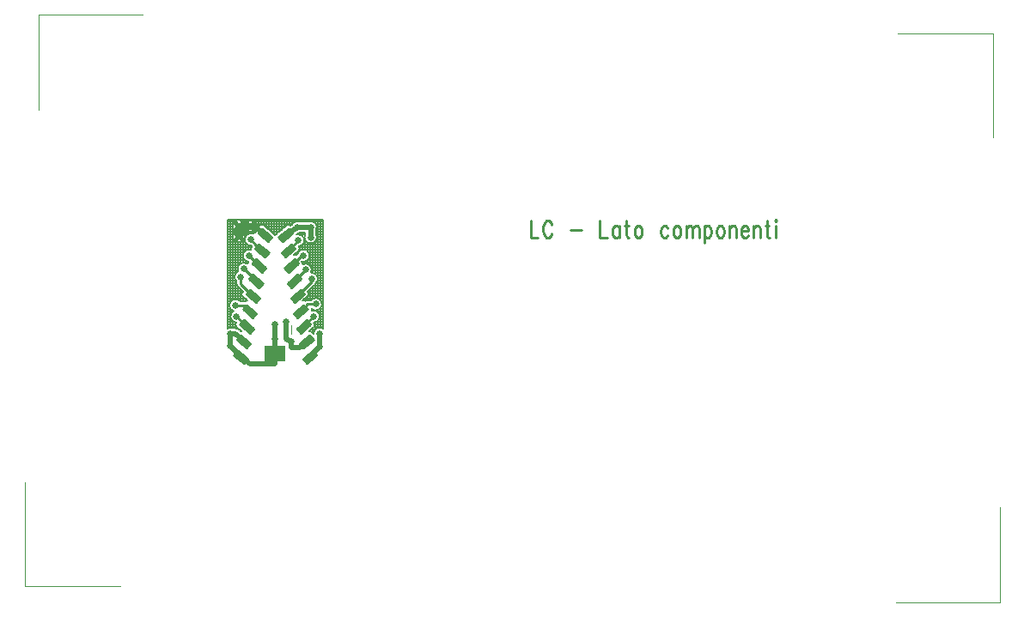
<source format=gbr>
*
*
G04 PADS Layout (Build Number 2007.65.1) generated Gerber (RS-274-X) file*
G04 PC Version=2.1*
*
%IN "P2007_0000_RBCS_RC_MAIS"*%
*
%MOIN*%
*
%FSLAX35Y35*%
*
*
*
*
G04 PC Standard Apertures*
*
*
G04 Thermal Relief Aperture macro.*
%AMTER*
1,1,$1,0,0*
1,0,$1-$2,0,0*
21,0,$3,$4,0,0,45*
21,0,$3,$4,0,0,135*
%
*
*
G04 Annular Aperture macro.*
%AMANN*
1,1,$1,0,0*
1,0,$2,0,0*
%
*
*
G04 Odd Aperture macro.*
%AMODD*
1,1,$1,0,0*
1,0,$1-0.005,0,0*
%
*
*
G04 PC Custom Aperture Macros*
*
*
*
*
*
*
G04 PC Aperture Table*
*
%ADD010C,0.01*%
%ADD031C,0.008*%
%ADD040C,0.001*%
%ADD071R,0.05906X0.05906*%
%ADD133C,0.015*%
%ADD134C,0.02*%
%ADD147C,0.026*%
%ADD155C,0.003*%
*
*
*
*
G04 PC Copper Outlines (0)*
G04 Layer Name P2007_0000_RBCS_RC_MAIS - dark (0)*
%LPD*%
*
*
G04 PC Area=Custom_Thermal*
*
G04 PC Custom Flashes*
G04 Layer Name P2007_0000_RBCS_RC_MAIS - flashes*
%LPD*%
*
*
G04 PC Circuitry*
G04 Layer Name P2007_0000_RBCS_RC_MAIS - circuitry*
%LPD*%
*
G54D10*
G01X406879Y446423D02*
X410637Y443269D01*
X412019Y444916*
X408261Y448069*
X406879Y446423*
X410123Y443701D02*
X410999D01*
X408931Y444701D02*
X411838D01*
X407739Y445701D02*
X411083D01*
X407113Y446701D02*
X409892D01*
X407952Y447701D02*
X408700D01*
X407701Y445733D02*
Y447402D01*
X408701Y444894D02*
Y447700D01*
X409701Y444055D02*
Y446861D01*
X410701Y443346D02*
Y446022D01*
X411701Y444537D02*
Y445183D01*
X418511Y448069D02*
X414753Y444916D01*
X416135Y443269*
X419893Y446423*
X418511Y448069*
X415773Y443701D02*
X416649D01*
X414934Y444701D02*
X417841D01*
X415688Y445701D02*
X419032D01*
X416880Y446701D02*
X419659D01*
X418072Y447701D02*
X418820D01*
X415701Y443787D02*
Y445711D01*
X416701Y443744D02*
Y446550D01*
X417701Y444583D02*
Y447389D01*
X418701Y445422D02*
Y447843D01*
X419701Y446262D02*
Y446651D01*
X405698Y440517D02*
X409456Y437364D01*
X410838Y439011*
X407080Y442164*
X405698Y440517*
X409054Y437701D02*
X409739D01*
X407862Y438701D02*
X410578D01*
X406671Y439701D02*
X410015D01*
X405852Y440701D02*
X408823D01*
X406691Y441701D02*
X407631D01*
X405701Y440515D02*
Y440520D01*
X406701Y439676D02*
Y441712D01*
X407701Y438836D02*
Y441643D01*
X408701Y437997D02*
Y440803D01*
X409701Y437656D02*
Y439964D01*
X410701Y438848D02*
Y439125D01*
X419692Y442164D02*
X415934Y439011D01*
X417316Y437364*
X421074Y440517*
X419692Y442164*
X417033Y437701D02*
X417717D01*
X416194Y438701D02*
X418909D01*
X416757Y439701D02*
X420101D01*
X417949Y440701D02*
X420920D01*
X419140Y441701D02*
X420080D01*
X416701Y438097D02*
Y439654D01*
X417701Y437687D02*
Y440493D01*
X418701Y438526D02*
Y441332D01*
X419701Y439365D02*
Y442153D01*
X420701Y440204D02*
Y440961D01*
X404517Y434612D02*
X408275Y431458D01*
X409656Y433105*
X405899Y436258*
X404517Y434612*
X407986Y431701D02*
X408478D01*
X406794Y432701D02*
X409317D01*
X405602Y433701D02*
X408946D01*
X404592Y434701D02*
X407755D01*
X405431Y435701D02*
X406563D01*
X404701Y434457D02*
Y434831D01*
X405701Y433618D02*
Y436023D01*
X406701Y432779D02*
Y435585D01*
X407701Y431940D02*
Y434746D01*
X408701Y431966D02*
Y433907D01*
X420873Y436258D02*
X417115Y433105D01*
X418497Y431458*
X422255Y434612*
X420873Y436258*
X418294Y431701D02*
X418786D01*
X417454Y432701D02*
X419978D01*
X417825Y433701D02*
X421169D01*
X419017Y434701D02*
X422180D01*
X420209Y435701D02*
X421341D01*
X417701Y432407D02*
Y433596D01*
X418701Y431629D02*
Y434435D01*
X419701Y432468D02*
Y435275D01*
X420701Y433308D02*
Y436114D01*
X421701Y434147D02*
Y435272D01*
X403336Y428706D02*
X407094Y425553D01*
X408475Y427200*
X404717Y430353*
X403336Y428706*
X406917Y425701D02*
X407218D01*
X405725Y426701D02*
X408057D01*
X404534Y427701D02*
X407878D01*
X403342Y428701D02*
X406686D01*
X404170Y429701D02*
X405494D01*
X403701Y428400D02*
Y429141D01*
X404701Y427561D02*
Y430333D01*
X405701Y426721D02*
Y429528D01*
X406701Y425882D02*
Y428688D01*
X407701Y426276D02*
Y427849D01*
X422054Y430353D02*
X418296Y427200D01*
X419678Y425553*
X423436Y428706*
X422054Y430353*
X419554Y425701D02*
X419854D01*
X418715Y426701D02*
X421046D01*
X418894Y427701D02*
X422238D01*
X420086Y428701D02*
X423430D01*
X421277Y429701D02*
X422601D01*
X418701Y426718D02*
Y427539D01*
X419701Y425572D02*
Y428378D01*
X420701Y426411D02*
Y429217D01*
X421701Y427250D02*
Y430056D01*
X422701Y428089D02*
Y429582D01*
X402155Y422800D02*
X405912Y419647D01*
X407294Y421294*
X403536Y424447*
X402155Y422800*
X405849Y419701D02*
X405957D01*
X404657Y420701D02*
X406796D01*
X403465Y421701D02*
X406809D01*
X402273Y422701D02*
X405618D01*
X402910Y423701D02*
X404426D01*
X402701Y422342D02*
Y423451D01*
X403701Y421503D02*
Y424309D01*
X404701Y420664D02*
Y423470D01*
X405701Y419825D02*
Y422631D01*
X406701Y420587D02*
Y421792D01*
X423235Y424447D02*
X419477Y421294D01*
X420859Y419647*
X424617Y422800*
X423235Y424447*
X420814Y419701D02*
X420923D01*
X419975Y420701D02*
X422115D01*
X419962Y421701D02*
X423306D01*
X421154Y422701D02*
X424498D01*
X422346Y423701D02*
X423862D01*
X419701Y421028D02*
Y421481D01*
X420701Y419836D02*
Y422320D01*
X421701Y420353D02*
Y423160D01*
X422701Y421193D02*
Y423999D01*
X423701Y422032D02*
Y423892D01*
X400974Y416895D02*
X404731Y413742D01*
X406113Y415388*
X402355Y418542*
X400974Y416895*
X403588Y414701D02*
X405536D01*
X402397Y415701D02*
X405741D01*
X401205Y416701D02*
X404549D01*
X401650Y417701D02*
X403357D01*
X401701Y416285D02*
Y417762D01*
X402701Y415446D02*
Y418252D01*
X403701Y414607D02*
Y417413D01*
X404701Y413767D02*
Y416574D01*
X405701Y414897D02*
Y415734D01*
X424416Y418542D02*
X420659Y415388D01*
X422040Y413742*
X425798Y416895*
X424416Y418542*
X421236Y414701D02*
X423183D01*
X421031Y415701D02*
X424375D01*
X422223Y416701D02*
X425567D01*
X423414Y417701D02*
X425122D01*
X420701Y415338D02*
Y415424D01*
X421701Y414146D02*
Y416263D01*
X422701Y414296D02*
Y417102D01*
X423701Y415135D02*
Y417941D01*
X424701Y415974D02*
Y418203D01*
X425701Y416813D02*
Y417011D01*
X399792Y410989D02*
X403550Y407836D01*
X404932Y409483*
X401174Y412636*
X399792Y410989*
X402520Y408701D02*
X404276D01*
X401328Y409701D02*
X404672D01*
X400136Y410701D02*
X403481D01*
X400389Y411701D02*
X402289D01*
X400701Y410227D02*
Y412072D01*
X401701Y409388D02*
Y412194D01*
X402701Y408549D02*
Y411355D01*
X403701Y408016D02*
Y410516D01*
X404701Y409207D02*
Y409677D01*
X425597Y412636D02*
X421840Y409483D01*
X423221Y407836*
X426979Y410989*
X425597Y412636*
X422496Y408701D02*
X424252D01*
X422099Y409701D02*
X425443D01*
X423291Y410701D02*
X426635D01*
X424483Y411701D02*
X426382D01*
X422701Y408457D02*
Y410206D01*
X423701Y408239D02*
Y411045D01*
X424701Y409078D02*
Y411884D01*
X425701Y409917D02*
Y412513D01*
X426701Y410756D02*
Y411321D01*
X398611Y405084D02*
X402369Y401931D01*
X403751Y403577*
X399993Y406731*
X398611Y405084*
X401451Y402701D02*
X403015D01*
X400260Y403701D02*
X403604D01*
X399068Y404701D02*
X402412D01*
X399129Y405701D02*
X401220D01*
X399968Y406701D02*
X400029D01*
X398701Y405009D02*
Y405191D01*
X399701Y404170D02*
Y406382D01*
X400701Y403331D02*
Y406137D01*
X401701Y402492D02*
Y405298D01*
X402701Y402326D02*
Y404459D01*
X403701Y403518D02*
Y403619D01*
X426779Y406731D02*
X423021Y403577D01*
X424403Y401931*
X424403D02*
X428160Y405084D01*
X426779Y406731*
X423756Y402701D02*
X425320D01*
X423168Y403701D02*
X426512D01*
X424359Y404701D02*
X427704D01*
X425551Y405701D02*
X427643D01*
X426743Y406701D02*
X426804D01*
X423701Y402767D02*
Y404148D01*
X424701Y402181D02*
Y404987D01*
X425701Y403020D02*
Y405826D01*
X426701Y403859D02*
Y406665D01*
X427701Y404698D02*
Y405632D01*
X397430Y399178D02*
X401188Y396025D01*
X402570Y397672*
X398812Y400825*
X397430Y399178*
X400383Y396701D02*
X401755D01*
X399191Y397701D02*
X402535D01*
X397999Y398701D02*
X401344D01*
X397869Y399701D02*
X400152D01*
X398708Y400701D02*
X398960D01*
X397701Y398951D02*
Y399501D01*
X398701Y398112D02*
Y400693D01*
X399701Y397273D02*
Y400079D01*
X400701Y396434D02*
Y399240D01*
X401701Y396636D02*
Y398401D01*
X427960Y400825D02*
X424202Y397672D01*
X425584Y396025*
X429341Y399178*
X427960Y400825*
X425017Y396701D02*
X426389D01*
X424236Y397701D02*
X427580D01*
X425428Y398701D02*
X428772D01*
X426620Y399701D02*
X428903D01*
X427812Y400701D02*
X428064D01*
X424701Y397077D02*
Y398091D01*
X425701Y396124D02*
Y398930D01*
X426701Y396963D02*
Y399769D01*
X427701Y397802D02*
Y400608D01*
X428701Y398641D02*
Y399942D01*
X512598Y451444D02*
Y444882D01*
X515326*
X520780Y449882D02*
X520553Y450507D01*
X520098Y451132*
X519644Y451444*
X518735*
X518280Y451132*
X517826Y450507*
X517598Y449882*
X517371Y448944*
Y447382*
X517598Y446444*
X517826Y445819*
X518280Y445194*
X518735Y444882*
X519644*
X520098Y445194*
X520553Y445819*
X520780Y446444*
X528053Y447694D02*
X532144D01*
X539417Y451444D02*
Y444882D01*
X542144*
X546917Y449257D02*
Y444882D01*
Y448319D02*
X546462Y448944D01*
X546008Y449257*
X545326*
X544871Y448944*
X544417Y448319*
X544189Y447382*
Y446757*
X544417Y445819*
X544871Y445194*
X545326Y444882*
X546008*
X546462Y445194*
X546917Y445819*
X549644Y451444D02*
Y446132D01*
X549871Y445194*
X550326Y444882*
X550780*
X548962Y449257D02*
X550553D01*
X553962D02*
X553508Y448944D01*
X553053Y448319*
X552826Y447382*
Y446757*
X553053Y445819*
X553508Y445194*
X553962Y444882*
X554644*
X555098Y445194*
X555553Y445819*
X555780Y446757*
Y447382*
X555553Y448319*
X555098Y448944*
X554644Y449257*
X553962*
X565780Y448319D02*
X565326Y448944D01*
X564871Y449257*
X564189*
X563735Y448944*
X563280Y448319*
X563053Y447382*
Y446757*
X563280Y445819*
X563735Y445194*
X564189Y444882*
X564871*
X565326Y445194*
X565780Y445819*
X568962Y449257D02*
X568508Y448944D01*
X568053Y448319*
X567826Y447382*
Y446757*
X568053Y445819*
X568508Y445194*
X568962Y444882*
X569644*
X570098Y445194*
X570553Y445819*
X570780Y446757*
Y447382*
X570553Y448319*
X570098Y448944*
X569644Y449257*
X568962*
X572826D02*
Y444882D01*
Y448007D02*
X573508Y448944D01*
X573962Y449257*
X574644*
X575098Y448944*
X575326Y448007*
Y444882*
Y448007D02*
X576008Y448944D01*
X576462Y449257*
X577144*
X577598Y448944*
X577826Y448007*
Y444882*
X579871Y449257D02*
Y442694D01*
Y448319D02*
X580326Y448944D01*
X580780Y449257*
X581462*
X581917Y448944*
X582371Y448319*
X582598Y447382*
Y446757*
X582371Y445819*
X581917Y445194*
X581462Y444882*
X580780*
X580326Y445194*
X579871Y445819*
X585780Y449257D02*
X585326Y448944D01*
X584871Y448319*
X584644Y447382*
Y446757*
X584871Y445819*
X585326Y445194*
X585780Y444882*
X586462*
X586917Y445194*
X587371Y445819*
X587598Y446757*
Y447382*
X587371Y448319*
X586917Y448944*
X586462Y449257*
X585780*
X589644D02*
Y444882D01*
Y448007D02*
X590326Y448944D01*
X590780Y449257*
X591462*
X591917Y448944*
X592144Y448007*
Y444882*
X594189Y447382D02*
X596917D01*
Y448007*
X596689Y448632*
X596462Y448944*
X596008Y449257*
X595326*
X594871Y448944*
X594417Y448319*
X594189Y447382*
Y446757*
X594417Y445819*
X594871Y445194*
X595326Y444882*
X596008*
X596462Y445194*
X596917Y445819*
X598962Y449257D02*
Y444882D01*
Y448007D02*
X599644Y448944D01*
X600098Y449257*
X600780*
X601235Y448944*
X601462Y448007*
Y444882*
X604189Y451444D02*
Y446132D01*
X604417Y445194*
X604871Y444882*
X605326*
X603508Y449257D02*
X605098D01*
X607371Y451444D02*
X607598Y451132D01*
X607826Y451444*
X607598Y451757*
X607371Y451444*
X607598Y449257D02*
Y444882D01*
X400000Y398819D02*
Y398425D01*
X398425Y414173D02*
X402362Y410236D01*
X424409D02*
X428346Y414173D01*
X423228Y416142D02*
X425984Y418898D01*
X429134*
X398031Y418504D02*
X401181D01*
X403543Y416142*
X420866Y427953D02*
X425197Y432283D01*
X422047Y422047D02*
X427559Y427559D01*
Y428740*
X401181Y432677D02*
X405906Y427953D01*
X400000Y429528D02*
Y426772D01*
X404724Y422047*
X406587Y433964D02*
X406693Y433858D01*
X407087*
X403150Y437795D02*
X406587Y434357D01*
Y433964*
X419685Y433858D02*
X423622Y437795D01*
X424409*
X399213Y445276D02*
Y449213D01*
X407769Y439869D02*
X407874Y439764D01*
X408268*
X403937Y444094D02*
X407769Y439869D01*
X418504Y439764D02*
X422441Y443701D01*
G54D31*
X431971Y409522D02*
Y451656D01*
X394801*
Y409522*
X397225Y409580D02*
G75*
G03X394801Y409522I-1162J-2100D01*
G01X397225Y409580D02*
X398031D01*
X399516Y408965D02*
G03X398031Y409580I-1485J-1485D01*
G01X399516Y408965D02*
X399947Y408535D01*
X400307Y408469D02*
G03X399947Y408535I-376J-1034D01*
G01X400307Y408469D02*
X398381Y410085D01*
X398245Y411635D02*
G03X398381Y410085I843J-707D01*
G01X398245Y411635D02*
X398362Y411774D01*
X397216Y416247D02*
G03X398362Y411774I1209J-2074D01*
G01X399820Y420104D02*
G03X397216Y416247I-1789J-1600D01*
G01X399820Y420104D02*
X401181D01*
X401554Y420060D02*
G03X401181Y420104I-373J-1556D01*
G01X402669Y420280D02*
G03X401554Y420060I-375J-1034D01*
G01X402669Y420280D02*
X400743Y421896D01*
X400608Y423446D02*
G03X400743Y421896I842J-707D01*
G01X400608Y423446D02*
X400815Y423694D01*
X398869Y425640*
X398400Y426772D02*
G03X398869Y425640I1600J-0D01*
G01X398400Y426772D02*
Y427739D01*
X398987Y431704D02*
G03X398400Y427739I1013J-2176D01*
G01X402713Y434525D02*
G03X398987Y431704I-1532J-1848D01*
G01X402970Y435257D02*
G03X402713Y434525I842J-707D01*
G01X402970Y435257D02*
X403086Y435396D01*
X403971Y440050D02*
G03X403086Y435396I-821J-2255D01*
G01X404151Y441162D02*
G03X403971Y440050I843J-707D01*
G01X404151Y441162D02*
X404288Y441326D01*
X403953Y441695*
X405086Y446201D02*
G03X403953Y441695I-1149J-2107D01*
G01X405332Y447068D02*
G03X405086Y446201I843J-707D01*
G01X405332Y447068D02*
X407356Y449481D01*
X408906Y449616D02*
G03X407356Y449481I-707J-842D01*
G01X408906Y449616D02*
X413386Y445857D01*
X417865Y449616*
X419354Y449548D02*
G03X417865Y449616I-781J-774D01*
G01X419354Y449548D02*
X419916Y449922D01*
X423209Y450919D02*
G03X419916Y449922I-1162J-2100D01*
G01X423209Y450919D02*
X426003D01*
X429265Y447657D02*
G03X426003Y450919I-2100J1162D01*
G01X429265Y447657D02*
Y446044D01*
X425065D02*
G03X429265I2100J-1162D01*
G01X425065D02*
Y446719D01*
X423209*
X422245Y446427D02*
G03X423209Y446719I-198J2392D01*
G01X422245Y446427D02*
X421645Y446027D01*
X421620Y445956D02*
G03X421645Y446027I-1023J405D01*
G01X422504Y441302D02*
G03X421620Y445956I-63J2399D01*
G01X422504Y441302D02*
X422621Y441162D01*
X422485Y439613D02*
G03X422621Y441162I-707J842D01*
G01X422485Y439613D02*
X420559Y437997D01*
X421481Y437917D02*
G03X420559Y437997I-546J-954D01*
G01X421481Y437917D02*
X422140Y438576D01*
X423619Y435529D02*
G03X422140Y438576I790J2266D01*
G01X423619Y435529D02*
X423594Y435505D01*
X423802Y435257*
X424048Y434390D02*
G03X423802Y435257I-1089J160D01*
G01X427299Y431126D02*
G03X424048Y434390I-2102J1157D01*
G01X428965Y426795D02*
G03X427299Y431126I-1406J1945D01*
G01X428690Y426428D02*
G03X428965Y426795I-1131J1131D01*
G01X428690Y426428D02*
X425956Y423694D01*
X426164Y423446*
X426029Y421896D02*
G03X426164Y423446I-708J843D01*
G01X426029Y421896D02*
X424102Y420280D01*
X425042Y420191D02*
G03X424102Y420280I-564J-945D01*
G01X425984Y420498D02*
G03X425042Y420191I0J-1600D01*
G01X425984Y420498D02*
X427345D01*
X428896Y416509D02*
G03X427345Y420498I238J2389D01*
G01X428410Y411774D02*
G03X428896Y416509I-64J2399D01*
G01X428410Y411774D02*
X428526Y411635D01*
X428391Y410085D02*
G03X428526Y411635I-707J843D01*
G01X428391Y410085D02*
X426465Y408469D01*
X427683Y408142D02*
G03X426465Y408469I-843J-707D01*
G01X427683Y408142D02*
X428310Y407395D01*
X431971Y409522D02*
G03X428310Y407395I-1262J-2042D01*
G01X428584Y416561D02*
G03X427525Y416428I-238J-2388D01*
G01X427576Y417072D02*
G03X428584Y416561I1558J1826D01*
G01X427525Y416428D02*
G03X427576Y417072I-1022J405D01*
G01X401378Y448178D02*
G03Y450248I2165J1035D01*
G01X400586Y447244D02*
G03X401378Y448178I-1373J1969D01*
G01X397840Y447244D02*
G03X400586I1373J-1968D01*
G01X401378Y450248D02*
G03X397840Y447244I-2165J-1035D01*
G01X427599Y416918D02*
X427776D01*
X428328Y450918D02*
X431971D01*
X429299Y449918D02*
X431971D01*
X429563Y448918D02*
X431971D01*
X429390Y447918D02*
X431971D01*
X429265Y446918D02*
X431971D01*
X429330Y445918D02*
X431971D01*
X429565Y444918D02*
X431971D01*
X429363Y443918D02*
X431971D01*
X428545Y442918D02*
X431971D01*
X424048Y441918D02*
X431971D01*
X422776Y440918D02*
X431971D01*
X425529Y439918D02*
X431971D01*
X426530Y438918D02*
X431971D01*
X426806Y437918D02*
X431971D01*
X426644Y436918D02*
X431971D01*
X425905Y435918D02*
X431971D01*
X423996Y434918D02*
X431971D01*
X426954Y433918D02*
X431971D01*
X427511Y432918D02*
X431971D01*
X427569Y431918D02*
X431971D01*
X428567Y430918D02*
X431971D01*
X429650Y429918D02*
X431971D01*
X429952Y428918D02*
X431971D01*
X429814Y427918D02*
X431971D01*
X429121Y426918D02*
X431971D01*
X428181Y425918D02*
X431971D01*
X427181Y424918D02*
X431971D01*
X426181Y423918D02*
X431971D01*
X426407Y422918D02*
X431971D01*
X426054Y421918D02*
X431971D01*
X430429Y420918D02*
X431971D01*
X431306Y419918D02*
X431971D01*
X431534Y418918D02*
X431971D01*
X431325Y417918D02*
X431971D01*
X430491Y416918D02*
X431971D01*
X429994Y415918D02*
X431971D01*
X430628Y414918D02*
X431971D01*
X430733Y413918D02*
X431971D01*
X430392Y412918D02*
X431971D01*
X429168Y411918D02*
X431971D01*
X428784Y410918D02*
X431971D01*
X428192Y409918D02*
X431971D01*
X427000Y408918D02*
X428787D01*
X427871Y407918D02*
X428349D01*
X424863Y420918D02*
X427839D01*
X424710Y442918D02*
X425785D01*
X423359Y445918D02*
X425001D01*
X424831Y443918D02*
X424967D01*
X424509Y444918D02*
X424766D01*
X422738Y439918D02*
X423290D01*
X421658Y438918D02*
X422288D01*
X421479Y437918D02*
X421482D01*
X405232Y450918D02*
X420884D01*
X405837Y449918D02*
X419911D01*
X409738Y448918D02*
X417034D01*
X410930Y447918D02*
X415842D01*
X412122Y446918D02*
X414650D01*
X413313Y445918D02*
X413458D01*
X405925Y448918D02*
X406885D01*
X405564Y447918D02*
X406045D01*
X404248Y446918D02*
X405226D01*
X394801Y440918D02*
X403996D01*
X394801Y441918D02*
X402925D01*
X400962Y446918D02*
X402839D01*
X402040Y434918D02*
X402776D01*
X401525Y445918D02*
X402377D01*
X394801Y439918D02*
X402030D01*
X394801Y420918D02*
X401908D01*
X400901Y450918D02*
X401855D01*
X399664Y442918D02*
X401845D01*
X401586Y444918D02*
X401683D01*
X394801Y435918D02*
X401654D01*
X401192Y443918D02*
X401543D01*
X401234Y447918D02*
X401522D01*
X394801Y438918D02*
X401029D01*
X394801Y436918D02*
X400916D01*
X394801Y437918D02*
X400753D01*
X394801Y421918D02*
X400718D01*
X394801Y423918D02*
X400591D01*
X394801Y422918D02*
X400365D01*
X394801Y434918D02*
X400323D01*
X399563Y408918D02*
X399771D01*
X394801Y424918D02*
X399591D01*
X394801Y433918D02*
X399127D01*
X394801Y431918D02*
X398904D01*
X394801Y432918D02*
X398793D01*
X394801Y442918D02*
X398761D01*
X394801Y425918D02*
X398646D01*
X394801Y409918D02*
X398580D01*
X394801Y426918D02*
X398400D01*
X394801Y427918D02*
X398219D01*
X394801Y430918D02*
X398044D01*
X394801Y410918D02*
X397988D01*
X394801Y428918D02*
X397679D01*
X394801Y429918D02*
X397632D01*
X394801Y411918D02*
X397603D01*
X394801Y450918D02*
X397524D01*
X394801Y446918D02*
X397463D01*
X394801Y443918D02*
X397233D01*
X394801Y447918D02*
X397191D01*
X394801Y449918D02*
X396919D01*
X394801Y445918D02*
X396900D01*
X394801Y444918D02*
X396839D01*
X394801Y448918D02*
X396831D01*
X394801Y415918D02*
X396778D01*
X394801Y412918D02*
X396379D01*
X394801Y416918D02*
X396230D01*
X394801Y414918D02*
X396144D01*
X394801Y419918D02*
X396093D01*
X394801Y413918D02*
X396039D01*
X394801Y417918D02*
X395704D01*
X394801Y418918D02*
X395668D01*
X427801Y416510D02*
Y416902D01*
X431801Y409617D02*
Y451656D01*
X430801Y420624D02*
Y451656D01*
Y409879D02*
Y417171D01*
X429801Y429597D02*
Y451656D01*
Y421203D02*
Y427883D01*
Y416082D02*
Y416592D01*
Y409702D02*
Y412264D01*
X428801Y450575D02*
Y451656D01*
Y430794D02*
Y443125D01*
Y421274D02*
Y426550D01*
Y408936D02*
Y411817D01*
X427801Y451133D02*
Y451656D01*
Y431128D02*
Y442568D01*
Y420893D02*
Y425538D01*
Y408002D02*
Y409590D01*
X426801Y451191D02*
Y451656D01*
Y437999D02*
Y442510D01*
Y434069D02*
Y437592D01*
Y420498D02*
Y424538D01*
Y408534D02*
Y408751D01*
X425801Y450919D02*
Y451656D01*
Y439751D02*
Y442908D01*
Y434606D02*
Y435840D01*
Y420487D02*
Y421705D01*
X424801Y450919D02*
Y451656D01*
Y445293D02*
Y446719D01*
Y444138D02*
Y444471D01*
Y440163D02*
Y443264D01*
Y434651D02*
Y435427D01*
Y420298D02*
Y420866D01*
X423801Y450919D02*
Y451656D01*
Y445678D02*
Y446719D01*
Y440117D02*
Y441723D01*
Y435258D02*
Y435474D01*
X422801Y451098D02*
Y451656D01*
Y446074D02*
Y446540D01*
Y440861D02*
Y441328D01*
Y439576D02*
Y440050D01*
X421801Y451206D02*
Y451656D01*
Y446014D02*
Y446131D01*
Y438237D02*
Y439038D01*
X420801Y450870D02*
Y451656D01*
Y438054D02*
Y438199D01*
X419801Y449845D02*
Y451656D01*
X418801Y449850D02*
Y451656D01*
X417801Y449562D02*
Y451656D01*
X416801Y448723D02*
Y451656D01*
X415801Y447884D02*
Y451656D01*
X414801Y447045D02*
Y451656D01*
X413801Y446206D02*
Y451656D01*
X412801Y446348D02*
Y451656D01*
X411801Y447187D02*
Y451656D01*
X410801Y448027D02*
Y451656D01*
X409801Y448866D02*
Y451656D01*
X408801Y449695D02*
Y451656D01*
X407801Y449799D02*
Y451656D01*
X406801Y448819D02*
Y451656D01*
X405801Y450027D02*
Y451656D01*
Y447627D02*
Y448398D01*
X404801Y451257D02*
Y451656D01*
Y446334D02*
Y447168D01*
X403801Y451599D02*
Y451656D01*
Y446491D02*
Y446826D01*
Y440105D02*
Y441698D01*
X402801Y451495D02*
Y451656D01*
Y446209D02*
Y446930D01*
Y440170D02*
Y441980D01*
Y434982D02*
Y435421D01*
X401801Y450863D02*
Y451656D01*
Y445188D02*
Y447562D01*
Y439780D02*
Y443001D01*
Y434996D02*
Y435810D01*
Y420230D02*
Y421009D01*
X400801Y451012D02*
Y451656D01*
Y447075D02*
Y447413D01*
Y438288D02*
Y443476D01*
Y435047D02*
Y437302D01*
Y423676D02*
Y423708D01*
Y420104D02*
Y421848D01*
X399801Y451539D02*
Y451656D01*
Y434641D02*
Y442949D01*
Y420126D02*
Y424708D01*
Y408681D02*
Y408894D01*
X398801Y451577D02*
Y451656D01*
Y432984D02*
Y442911D01*
Y431607D02*
Y432370D01*
Y420777D02*
Y425712D01*
Y409434D02*
Y409733D01*
X397801Y451153D02*
Y451656D01*
Y447216D02*
Y447272D01*
Y430489D02*
Y443335D01*
Y420893D02*
Y428566D01*
Y409580D02*
Y411856D01*
X396801Y420564D02*
Y451656D01*
Y415940D02*
Y416443D01*
Y409764D02*
Y412406D01*
X395801Y419389D02*
Y451656D01*
Y409866D02*
Y417618D01*
G54D40*
X654331Y303150D02*
X694488D01*
Y340157*
X692126Y483858D02*
Y524016D01*
X655118*
X316142Y349606D02*
Y309449D01*
X353150*
X361811Y531496D02*
X321654D01*
Y494488*
G54D71*
X412402Y399606D02*
X414370D01*
G54D133*
X405240Y450910D02*
X404463Y450132D01*
X401846Y450910D02*
X402624Y450132D01*
X401846Y447516D02*
X402624Y448293D01*
X405240Y447516D02*
X404463Y448293D01*
X400910Y450910D02*
X400132Y450132D01*
X397516Y450910D02*
X398293Y450132D01*
X397516Y447516D02*
X398293Y448293D01*
X400910Y447516D02*
X400132Y448293D01*
X400910Y446973D02*
X400132Y446195D01*
X397516Y446973D02*
X398293Y446195D01*
X397516Y443579D02*
X398293Y444356D01*
X400910Y443579D02*
X400132Y444356D01*
G54D134*
X396063Y402756D02*
Y407480D01*
X398031*
X401181Y404331*
X396063Y402756D02*
X400000Y398819D01*
Y398425D02*
X401181Y396850D01*
X402362*
X403543Y395669*
X413386*
Y399606*
X419685Y404331D02*
Y401969D01*
X422835*
X425091Y404225*
X413386Y411024D02*
Y405512D01*
Y399606*
X430709Y407480D02*
Y402362D01*
X425091Y404225D02*
X425197Y404331D01*
X425591*
X426772Y398425D02*
X430709Y402362D01*
X417717Y412205D02*
Y405512D01*
X419685Y404331*
X417323Y445669D02*
X422047Y448819D01*
X427165Y444882D02*
Y448819D01*
X399213Y445276D02*
Y449213D01*
X403543*
X405512*
X409449Y445669*
X422047Y448819D02*
X427165D01*
G54D147*
X396063Y407480D03*
Y402756D03*
X419685Y404331D03*
X413386Y405512D03*
X430709Y402362D03*
Y407480D03*
X398425Y414173D03*
X417717Y412205D03*
X413386Y411024D03*
X428346Y414173D03*
X398031Y418504D03*
X429134Y418898D03*
X401181Y432677D03*
X400000Y429528D03*
X403150Y437795D03*
X424409D03*
X425197Y432283D03*
X427559Y428740D03*
X399213Y445276D03*
X403937Y444094D03*
X427165Y444882D03*
X422441Y443701D03*
X399213Y449213D03*
X403543D03*
X427165Y448819D03*
X422047D03*
G54D155*
X419685Y407480D02*
Y410827D01*
G74*
X0Y0D02*
M02*

</source>
